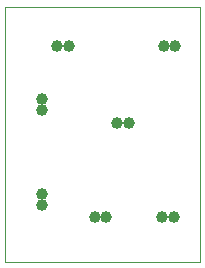
<source format=gbl>
G75*
%MOIN*%
%OFA0B0*%
%FSLAX24Y24*%
%IPPOS*%
%LPD*%
%AMOC8*
5,1,8,0,0,1.08239X$1,22.5*
%
%ADD10C,0.0000*%
%ADD11C,0.0397*%
D10*
X002517Y002517D02*
X002517Y011017D01*
X009017Y011017D01*
X009017Y002517D01*
X002517Y002517D01*
D11*
X003767Y004392D03*
X003767Y004767D03*
X005517Y004017D03*
X005892Y004017D03*
X007767Y004017D03*
X008142Y004017D03*
X006642Y007142D03*
X006267Y007142D03*
X003767Y007579D03*
X003767Y007954D03*
X004267Y009704D03*
X004642Y009704D03*
X007829Y009704D03*
X008204Y009704D03*
M02*

</source>
